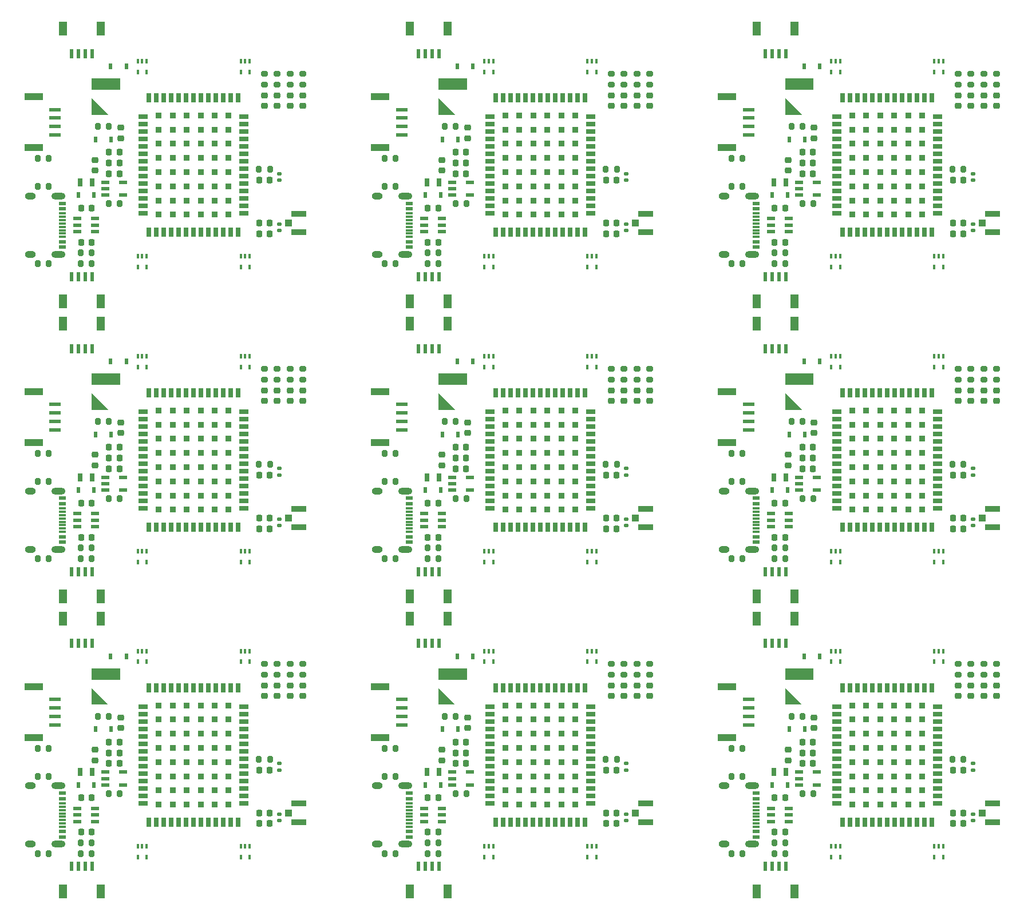
<source format=gtp>
%TF.GenerationSoftware,KiCad,Pcbnew,9.0.1*%
%TF.CreationDate,2025-04-24T15:23:20-06:00*%
%TF.ProjectId,SparkFun_GNSS_ZED-X20P_panelized,53706172-6b46-4756-9e5f-474e53535f5a,rev?*%
%TF.SameCoordinates,Original*%
%TF.FileFunction,Paste,Top*%
%TF.FilePolarity,Positive*%
%FSLAX46Y46*%
G04 Gerber Fmt 4.6, Leading zero omitted, Abs format (unit mm)*
G04 Created by KiCad (PCBNEW 9.0.1) date 2025-04-24 15:23:20*
%MOMM*%
%LPD*%
G01*
G04 APERTURE LIST*
G04 Aperture macros list*
%AMRoundRect*
0 Rectangle with rounded corners*
0 $1 Rounding radius*
0 $2 $3 $4 $5 $6 $7 $8 $9 X,Y pos of 4 corners*
0 Add a 4 corners polygon primitive as box body*
4,1,4,$2,$3,$4,$5,$6,$7,$8,$9,$2,$3,0*
0 Add four circle primitives for the rounded corners*
1,1,$1+$1,$2,$3*
1,1,$1+$1,$4,$5*
1,1,$1+$1,$6,$7*
1,1,$1+$1,$8,$9*
0 Add four rect primitives between the rounded corners*
20,1,$1+$1,$2,$3,$4,$5,0*
20,1,$1+$1,$4,$5,$6,$7,0*
20,1,$1+$1,$6,$7,$8,$9,0*
20,1,$1+$1,$8,$9,$2,$3,0*%
G04 Aperture macros list end*
%ADD10C,0.000000*%
%ADD11R,1.368000X0.765000*%
%ADD12R,0.765000X1.368000*%
%ADD13R,0.880000X0.880000*%
%ADD14RoundRect,0.200000X0.200000X0.275000X-0.200000X0.275000X-0.200000X-0.275000X0.200000X-0.275000X0*%
%ADD15RoundRect,0.200000X-0.200000X-0.275000X0.200000X-0.275000X0.200000X0.275000X-0.200000X0.275000X0*%
%ADD16RoundRect,0.225000X0.225000X0.250000X-0.225000X0.250000X-0.225000X-0.250000X0.225000X-0.250000X0*%
%ADD17R,0.630000X0.830000*%
%ADD18RoundRect,0.225000X-0.225000X-0.250000X0.225000X-0.250000X0.225000X0.250000X-0.225000X0.250000X0*%
%ADD19R,0.300000X0.700000*%
%ADD20RoundRect,0.225000X0.250000X-0.225000X0.250000X0.225000X-0.250000X0.225000X-0.250000X-0.225000X0*%
%ADD21RoundRect,0.218750X0.256250X-0.218750X0.256250X0.218750X-0.256250X0.218750X-0.256250X-0.218750X0*%
%ADD22R,1.200000X0.550000*%
%ADD23R,0.600000X1.350000*%
%ADD24R,1.200000X2.000000*%
%ADD25RoundRect,0.140000X0.170000X-0.140000X0.170000X0.140000X-0.170000X0.140000X-0.170000X-0.140000X0*%
%ADD26R,0.800000X1.200000*%
%ADD27RoundRect,0.200000X0.275000X-0.200000X0.275000X0.200000X-0.275000X0.200000X-0.275000X-0.200000X0*%
%ADD28R,1.050000X1.000000*%
%ADD29R,2.200000X0.850000*%
%ADD30RoundRect,0.140000X-0.170000X0.140000X-0.170000X-0.140000X0.170000X-0.140000X0.170000X0.140000X0*%
%ADD31R,1.700000X0.600000*%
%ADD32R,2.700000X1.000000*%
%ADD33RoundRect,0.225000X-0.250000X0.225000X-0.250000X-0.225000X0.250000X-0.225000X0.250000X0.225000X0*%
%ADD34R,1.000000X0.300000*%
%ADD35R,1.000000X0.600000*%
%ADD36O,1.600000X1.000000*%
%ADD37O,2.100000X1.000000*%
G04 APERTURE END LIST*
D10*
%TO.C,BT1*%
G36*
X115397855Y116405000D02*
G01*
X112912500Y116405000D01*
X112912500Y118890355D01*
X115397855Y116405000D01*
G37*
G36*
X117117500Y120110000D02*
G01*
X112917500Y120110000D01*
X112917500Y121810000D01*
X117117500Y121810000D01*
X117117500Y120110000D01*
G37*
G36*
X115397855Y72725000D02*
G01*
X112912500Y72725000D01*
X112912500Y75210355D01*
X115397855Y72725000D01*
G37*
G36*
X117117500Y76430000D02*
G01*
X112917500Y76430000D01*
X112917500Y78130000D01*
X117117500Y78130000D01*
X117117500Y76430000D01*
G37*
G36*
X115397855Y29045000D02*
G01*
X112912500Y29045000D01*
X112912500Y31530355D01*
X115397855Y29045000D01*
G37*
G36*
X117117500Y32750000D02*
G01*
X112917500Y32750000D01*
X112917500Y34450000D01*
X117117500Y34450000D01*
X117117500Y32750000D01*
G37*
G36*
X64097855Y116405000D02*
G01*
X61612500Y116405000D01*
X61612500Y118890355D01*
X64097855Y116405000D01*
G37*
G36*
X65817500Y120110000D02*
G01*
X61617500Y120110000D01*
X61617500Y121810000D01*
X65817500Y121810000D01*
X65817500Y120110000D01*
G37*
G36*
X64097855Y72725000D02*
G01*
X61612500Y72725000D01*
X61612500Y75210355D01*
X64097855Y72725000D01*
G37*
G36*
X65817500Y76430000D02*
G01*
X61617500Y76430000D01*
X61617500Y78130000D01*
X65817500Y78130000D01*
X65817500Y76430000D01*
G37*
G36*
X64097855Y29045000D02*
G01*
X61612500Y29045000D01*
X61612500Y31530355D01*
X64097855Y29045000D01*
G37*
G36*
X65817500Y32750000D02*
G01*
X61617500Y32750000D01*
X61617500Y34450000D01*
X65817500Y34450000D01*
X65817500Y32750000D01*
G37*
G36*
X12797855Y116405000D02*
G01*
X10312500Y116405000D01*
X10312500Y118890355D01*
X12797855Y116405000D01*
G37*
G36*
X14517500Y120110000D02*
G01*
X10317500Y120110000D01*
X10317500Y121810000D01*
X14517500Y121810000D01*
X14517500Y120110000D01*
G37*
G36*
X12797855Y72725000D02*
G01*
X10312500Y72725000D01*
X10312500Y75210355D01*
X12797855Y72725000D01*
G37*
G36*
X14517500Y76430000D02*
G01*
X10317500Y76430000D01*
X10317500Y78130000D01*
X14517500Y78130000D01*
X14517500Y76430000D01*
G37*
G36*
X12797855Y29045000D02*
G01*
X10312500Y29045000D01*
X10312500Y31530355D01*
X12797855Y29045000D01*
G37*
G36*
X14517500Y32750000D02*
G01*
X10317500Y32750000D01*
X10317500Y34450000D01*
X14517500Y34450000D01*
X14517500Y32750000D01*
G37*
%TD*%
D11*
%TO.C,U5*%
X135450000Y101800000D03*
X135450000Y102900000D03*
X135450000Y104000000D03*
X135450000Y105100000D03*
X135450000Y106200000D03*
X135450000Y107300000D03*
X135450000Y108400000D03*
X135450000Y109500000D03*
X135450000Y110600000D03*
X135450000Y111700000D03*
X135450000Y112800000D03*
X135450000Y113900000D03*
X135450000Y115000000D03*
X135450000Y116100000D03*
D12*
X134600000Y118900000D03*
X133500000Y118900000D03*
X132400000Y118900000D03*
X131300000Y118900000D03*
X130200000Y118900000D03*
X129100000Y118900000D03*
X128000000Y118900000D03*
X126900000Y118900000D03*
X125800000Y118900000D03*
X124700000Y118900000D03*
X123600000Y118900000D03*
X122500000Y118900000D03*
X121400000Y118900000D03*
D11*
X120550000Y116100000D03*
X120550000Y115000000D03*
X120550000Y113900000D03*
X120550000Y112800000D03*
X120550000Y111700000D03*
X120550000Y110600000D03*
X120550000Y109500000D03*
X120550000Y108400000D03*
X120550000Y107300000D03*
X120550000Y106200000D03*
X120550000Y105100000D03*
X120550000Y104000000D03*
X120550000Y102900000D03*
X120550000Y101800000D03*
D12*
X121400000Y99000000D03*
X122500000Y99000000D03*
X123600000Y99000000D03*
X124700000Y99000000D03*
X125800000Y99000000D03*
X126900000Y99000000D03*
X128000000Y99000000D03*
X129100000Y99000000D03*
X130200000Y99000000D03*
X131300000Y99000000D03*
X132400000Y99000000D03*
X133500000Y99000000D03*
X134600000Y99000000D03*
D13*
X129050000Y107900000D03*
X129050000Y105800000D03*
X129050000Y103700000D03*
X129050000Y101600000D03*
X131100000Y107900000D03*
X131100000Y105800000D03*
X131100000Y103700000D03*
X131100000Y101600000D03*
X133150000Y107900000D03*
X133150000Y105800000D03*
X133150000Y103700000D03*
X133150000Y101600000D03*
X122850000Y107900000D03*
X122850000Y105800000D03*
X122850000Y103700000D03*
X122850000Y101600000D03*
X124900000Y107900000D03*
X124900000Y105800000D03*
X124900000Y103700000D03*
X124900000Y101600000D03*
X126950000Y107900000D03*
X126950000Y105800000D03*
X126950000Y103700000D03*
X126950000Y101600000D03*
X126950000Y110000000D03*
X126950000Y112100000D03*
X126950000Y114200000D03*
X126950000Y116300000D03*
X124900000Y110000000D03*
X124900000Y112100000D03*
X124900000Y114200000D03*
X124900000Y116300000D03*
X122850000Y110000000D03*
X122850000Y112100000D03*
X122850000Y114200000D03*
X122850000Y116300000D03*
X133150000Y110000000D03*
X133150000Y112100000D03*
X133150000Y114200000D03*
X133150000Y116300000D03*
X131100000Y110000000D03*
X131100000Y112100000D03*
X131100000Y114200000D03*
X131100000Y116300000D03*
X129050000Y110000000D03*
X129050000Y112100000D03*
X129050000Y114200000D03*
X129050000Y116300000D03*
%TD*%
D11*
%TO.C,U5*%
X135450000Y58120000D03*
X135450000Y59220000D03*
X135450000Y60320000D03*
X135450000Y61420000D03*
X135450000Y62520000D03*
X135450000Y63620000D03*
X135450000Y64720000D03*
X135450000Y65820000D03*
X135450000Y66920000D03*
X135450000Y68020000D03*
X135450000Y69120000D03*
X135450000Y70220000D03*
X135450000Y71320000D03*
X135450000Y72420000D03*
D12*
X134600000Y75220000D03*
X133500000Y75220000D03*
X132400000Y75220000D03*
X131300000Y75220000D03*
X130200000Y75220000D03*
X129100000Y75220000D03*
X128000000Y75220000D03*
X126900000Y75220000D03*
X125800000Y75220000D03*
X124700000Y75220000D03*
X123600000Y75220000D03*
X122500000Y75220000D03*
X121400000Y75220000D03*
D11*
X120550000Y72420000D03*
X120550000Y71320000D03*
X120550000Y70220000D03*
X120550000Y69120000D03*
X120550000Y68020000D03*
X120550000Y66920000D03*
X120550000Y65820000D03*
X120550000Y64720000D03*
X120550000Y63620000D03*
X120550000Y62520000D03*
X120550000Y61420000D03*
X120550000Y60320000D03*
X120550000Y59220000D03*
X120550000Y58120000D03*
D12*
X121400000Y55320000D03*
X122500000Y55320000D03*
X123600000Y55320000D03*
X124700000Y55320000D03*
X125800000Y55320000D03*
X126900000Y55320000D03*
X128000000Y55320000D03*
X129100000Y55320000D03*
X130200000Y55320000D03*
X131300000Y55320000D03*
X132400000Y55320000D03*
X133500000Y55320000D03*
X134600000Y55320000D03*
D13*
X129050000Y64220000D03*
X129050000Y62120000D03*
X129050000Y60020000D03*
X129050000Y57920000D03*
X131100000Y64220000D03*
X131100000Y62120000D03*
X131100000Y60020000D03*
X131100000Y57920000D03*
X133150000Y64220000D03*
X133150000Y62120000D03*
X133150000Y60020000D03*
X133150000Y57920000D03*
X122850000Y64220000D03*
X122850000Y62120000D03*
X122850000Y60020000D03*
X122850000Y57920000D03*
X124900000Y64220000D03*
X124900000Y62120000D03*
X124900000Y60020000D03*
X124900000Y57920000D03*
X126950000Y64220000D03*
X126950000Y62120000D03*
X126950000Y60020000D03*
X126950000Y57920000D03*
X126950000Y66320000D03*
X126950000Y68420000D03*
X126950000Y70520000D03*
X126950000Y72620000D03*
X124900000Y66320000D03*
X124900000Y68420000D03*
X124900000Y70520000D03*
X124900000Y72620000D03*
X122850000Y66320000D03*
X122850000Y68420000D03*
X122850000Y70520000D03*
X122850000Y72620000D03*
X133150000Y66320000D03*
X133150000Y68420000D03*
X133150000Y70520000D03*
X133150000Y72620000D03*
X131100000Y66320000D03*
X131100000Y68420000D03*
X131100000Y70520000D03*
X131100000Y72620000D03*
X129050000Y66320000D03*
X129050000Y68420000D03*
X129050000Y70520000D03*
X129050000Y72620000D03*
%TD*%
D11*
%TO.C,U5*%
X135450000Y14440000D03*
X135450000Y15540000D03*
X135450000Y16640000D03*
X135450000Y17740000D03*
X135450000Y18840000D03*
X135450000Y19940000D03*
X135450000Y21040000D03*
X135450000Y22140000D03*
X135450000Y23240000D03*
X135450000Y24340000D03*
X135450000Y25440000D03*
X135450000Y26540000D03*
X135450000Y27640000D03*
X135450000Y28740000D03*
D12*
X134600000Y31540000D03*
X133500000Y31540000D03*
X132400000Y31540000D03*
X131300000Y31540000D03*
X130200000Y31540000D03*
X129100000Y31540000D03*
X128000000Y31540000D03*
X126900000Y31540000D03*
X125800000Y31540000D03*
X124700000Y31540000D03*
X123600000Y31540000D03*
X122500000Y31540000D03*
X121400000Y31540000D03*
D11*
X120550000Y28740000D03*
X120550000Y27640000D03*
X120550000Y26540000D03*
X120550000Y25440000D03*
X120550000Y24340000D03*
X120550000Y23240000D03*
X120550000Y22140000D03*
X120550000Y21040000D03*
X120550000Y19940000D03*
X120550000Y18840000D03*
X120550000Y17740000D03*
X120550000Y16640000D03*
X120550000Y15540000D03*
X120550000Y14440000D03*
D12*
X121400000Y11640000D03*
X122500000Y11640000D03*
X123600000Y11640000D03*
X124700000Y11640000D03*
X125800000Y11640000D03*
X126900000Y11640000D03*
X128000000Y11640000D03*
X129100000Y11640000D03*
X130200000Y11640000D03*
X131300000Y11640000D03*
X132400000Y11640000D03*
X133500000Y11640000D03*
X134600000Y11640000D03*
D13*
X129050000Y20540000D03*
X129050000Y18440000D03*
X129050000Y16340000D03*
X129050000Y14240000D03*
X131100000Y20540000D03*
X131100000Y18440000D03*
X131100000Y16340000D03*
X131100000Y14240000D03*
X133150000Y20540000D03*
X133150000Y18440000D03*
X133150000Y16340000D03*
X133150000Y14240000D03*
X122850000Y20540000D03*
X122850000Y18440000D03*
X122850000Y16340000D03*
X122850000Y14240000D03*
X124900000Y20540000D03*
X124900000Y18440000D03*
X124900000Y16340000D03*
X124900000Y14240000D03*
X126950000Y20540000D03*
X126950000Y18440000D03*
X126950000Y16340000D03*
X126950000Y14240000D03*
X126950000Y22640000D03*
X126950000Y24740000D03*
X126950000Y26840000D03*
X126950000Y28940000D03*
X124900000Y22640000D03*
X124900000Y24740000D03*
X124900000Y26840000D03*
X124900000Y28940000D03*
X122850000Y22640000D03*
X122850000Y24740000D03*
X122850000Y26840000D03*
X122850000Y28940000D03*
X133150000Y22640000D03*
X133150000Y24740000D03*
X133150000Y26840000D03*
X133150000Y28940000D03*
X131100000Y22640000D03*
X131100000Y24740000D03*
X131100000Y26840000D03*
X131100000Y28940000D03*
X129050000Y22640000D03*
X129050000Y24740000D03*
X129050000Y26840000D03*
X129050000Y28940000D03*
%TD*%
D11*
%TO.C,U5*%
X84150000Y101800000D03*
X84150000Y102900000D03*
X84150000Y104000000D03*
X84150000Y105100000D03*
X84150000Y106200000D03*
X84150000Y107300000D03*
X84150000Y108400000D03*
X84150000Y109500000D03*
X84150000Y110600000D03*
X84150000Y111700000D03*
X84150000Y112800000D03*
X84150000Y113900000D03*
X84150000Y115000000D03*
X84150000Y116100000D03*
D12*
X83300000Y118900000D03*
X82200000Y118900000D03*
X81100000Y118900000D03*
X80000000Y118900000D03*
X78900000Y118900000D03*
X77800000Y118900000D03*
X76700000Y118900000D03*
X75600000Y118900000D03*
X74500000Y118900000D03*
X73400000Y118900000D03*
X72300000Y118900000D03*
X71200000Y118900000D03*
X70100000Y118900000D03*
D11*
X69250000Y116100000D03*
X69250000Y115000000D03*
X69250000Y113900000D03*
X69250000Y112800000D03*
X69250000Y111700000D03*
X69250000Y110600000D03*
X69250000Y109500000D03*
X69250000Y108400000D03*
X69250000Y107300000D03*
X69250000Y106200000D03*
X69250000Y105100000D03*
X69250000Y104000000D03*
X69250000Y102900000D03*
X69250000Y101800000D03*
D12*
X70100000Y99000000D03*
X71200000Y99000000D03*
X72300000Y99000000D03*
X73400000Y99000000D03*
X74500000Y99000000D03*
X75600000Y99000000D03*
X76700000Y99000000D03*
X77800000Y99000000D03*
X78900000Y99000000D03*
X80000000Y99000000D03*
X81100000Y99000000D03*
X82200000Y99000000D03*
X83300000Y99000000D03*
D13*
X77750000Y107900000D03*
X77750000Y105800000D03*
X77750000Y103700000D03*
X77750000Y101600000D03*
X79800000Y107900000D03*
X79800000Y105800000D03*
X79800000Y103700000D03*
X79800000Y101600000D03*
X81850000Y107900000D03*
X81850000Y105800000D03*
X81850000Y103700000D03*
X81850000Y101600000D03*
X71550000Y107900000D03*
X71550000Y105800000D03*
X71550000Y103700000D03*
X71550000Y101600000D03*
X73600000Y107900000D03*
X73600000Y105800000D03*
X73600000Y103700000D03*
X73600000Y101600000D03*
X75650000Y107900000D03*
X75650000Y105800000D03*
X75650000Y103700000D03*
X75650000Y101600000D03*
X75650000Y110000000D03*
X75650000Y112100000D03*
X75650000Y114200000D03*
X75650000Y116300000D03*
X73600000Y110000000D03*
X73600000Y112100000D03*
X73600000Y114200000D03*
X73600000Y116300000D03*
X71550000Y110000000D03*
X71550000Y112100000D03*
X71550000Y114200000D03*
X71550000Y116300000D03*
X81850000Y110000000D03*
X81850000Y112100000D03*
X81850000Y114200000D03*
X81850000Y116300000D03*
X79800000Y110000000D03*
X79800000Y112100000D03*
X79800000Y114200000D03*
X79800000Y116300000D03*
X77750000Y110000000D03*
X77750000Y112100000D03*
X77750000Y114200000D03*
X77750000Y116300000D03*
%TD*%
D11*
%TO.C,U5*%
X84150000Y58120000D03*
X84150000Y59220000D03*
X84150000Y60320000D03*
X84150000Y61420000D03*
X84150000Y62520000D03*
X84150000Y63620000D03*
X84150000Y64720000D03*
X84150000Y65820000D03*
X84150000Y66920000D03*
X84150000Y68020000D03*
X84150000Y69120000D03*
X84150000Y70220000D03*
X84150000Y71320000D03*
X84150000Y72420000D03*
D12*
X83300000Y75220000D03*
X82200000Y75220000D03*
X81100000Y75220000D03*
X80000000Y75220000D03*
X78900000Y75220000D03*
X77800000Y75220000D03*
X76700000Y75220000D03*
X75600000Y75220000D03*
X74500000Y75220000D03*
X73400000Y75220000D03*
X72300000Y75220000D03*
X71200000Y75220000D03*
X70100000Y75220000D03*
D11*
X69250000Y72420000D03*
X69250000Y71320000D03*
X69250000Y70220000D03*
X69250000Y69120000D03*
X69250000Y68020000D03*
X69250000Y66920000D03*
X69250000Y65820000D03*
X69250000Y64720000D03*
X69250000Y63620000D03*
X69250000Y62520000D03*
X69250000Y61420000D03*
X69250000Y60320000D03*
X69250000Y59220000D03*
X69250000Y58120000D03*
D12*
X70100000Y55320000D03*
X71200000Y55320000D03*
X72300000Y55320000D03*
X73400000Y55320000D03*
X74500000Y55320000D03*
X75600000Y55320000D03*
X76700000Y55320000D03*
X77800000Y55320000D03*
X78900000Y55320000D03*
X80000000Y55320000D03*
X81100000Y55320000D03*
X82200000Y55320000D03*
X83300000Y55320000D03*
D13*
X77750000Y64220000D03*
X77750000Y62120000D03*
X77750000Y60020000D03*
X77750000Y57920000D03*
X79800000Y64220000D03*
X79800000Y62120000D03*
X79800000Y60020000D03*
X79800000Y57920000D03*
X81850000Y64220000D03*
X81850000Y62120000D03*
X81850000Y60020000D03*
X81850000Y57920000D03*
X71550000Y64220000D03*
X71550000Y62120000D03*
X71550000Y60020000D03*
X71550000Y57920000D03*
X73600000Y64220000D03*
X73600000Y62120000D03*
X73600000Y60020000D03*
X73600000Y57920000D03*
X75650000Y64220000D03*
X75650000Y62120000D03*
X75650000Y60020000D03*
X75650000Y57920000D03*
X75650000Y66320000D03*
X75650000Y68420000D03*
X75650000Y70520000D03*
X75650000Y72620000D03*
X73600000Y66320000D03*
X73600000Y68420000D03*
X73600000Y70520000D03*
X73600000Y72620000D03*
X71550000Y66320000D03*
X71550000Y68420000D03*
X71550000Y70520000D03*
X71550000Y72620000D03*
X81850000Y66320000D03*
X81850000Y68420000D03*
X81850000Y70520000D03*
X81850000Y72620000D03*
X79800000Y66320000D03*
X79800000Y68420000D03*
X79800000Y70520000D03*
X79800000Y72620000D03*
X77750000Y66320000D03*
X77750000Y68420000D03*
X77750000Y70520000D03*
X77750000Y72620000D03*
%TD*%
D11*
%TO.C,U5*%
X84150000Y14440000D03*
X84150000Y15540000D03*
X84150000Y16640000D03*
X84150000Y17740000D03*
X84150000Y18840000D03*
X84150000Y19940000D03*
X84150000Y21040000D03*
X84150000Y22140000D03*
X84150000Y23240000D03*
X84150000Y24340000D03*
X84150000Y25440000D03*
X84150000Y26540000D03*
X84150000Y27640000D03*
X84150000Y28740000D03*
D12*
X83300000Y31540000D03*
X82200000Y31540000D03*
X81100000Y31540000D03*
X80000000Y31540000D03*
X78900000Y31540000D03*
X77800000Y31540000D03*
X76700000Y31540000D03*
X75600000Y31540000D03*
X74500000Y31540000D03*
X73400000Y31540000D03*
X72300000Y31540000D03*
X71200000Y31540000D03*
X70100000Y31540000D03*
D11*
X69250000Y28740000D03*
X69250000Y27640000D03*
X69250000Y26540000D03*
X69250000Y25440000D03*
X69250000Y24340000D03*
X69250000Y23240000D03*
X69250000Y22140000D03*
X69250000Y21040000D03*
X69250000Y19940000D03*
X69250000Y18840000D03*
X69250000Y17740000D03*
X69250000Y16640000D03*
X69250000Y15540000D03*
X69250000Y14440000D03*
D12*
X70100000Y11640000D03*
X71200000Y11640000D03*
X72300000Y11640000D03*
X73400000Y11640000D03*
X74500000Y11640000D03*
X75600000Y11640000D03*
X76700000Y11640000D03*
X77800000Y11640000D03*
X78900000Y11640000D03*
X80000000Y11640000D03*
X81100000Y11640000D03*
X82200000Y11640000D03*
X83300000Y11640000D03*
D13*
X77750000Y20540000D03*
X77750000Y18440000D03*
X77750000Y16340000D03*
X77750000Y14240000D03*
X79800000Y20540000D03*
X79800000Y18440000D03*
X79800000Y16340000D03*
X79800000Y14240000D03*
X81850000Y20540000D03*
X81850000Y18440000D03*
X81850000Y16340000D03*
X81850000Y14240000D03*
X71550000Y20540000D03*
X71550000Y18440000D03*
X71550000Y16340000D03*
X71550000Y14240000D03*
X73600000Y20540000D03*
X73600000Y18440000D03*
X73600000Y16340000D03*
X73600000Y14240000D03*
X75650000Y20540000D03*
X75650000Y18440000D03*
X75650000Y16340000D03*
X75650000Y14240000D03*
X75650000Y22640000D03*
X75650000Y24740000D03*
X75650000Y26840000D03*
X75650000Y28940000D03*
X73600000Y22640000D03*
X73600000Y24740000D03*
X73600000Y26840000D03*
X73600000Y28940000D03*
X71550000Y22640000D03*
X71550000Y24740000D03*
X71550000Y26840000D03*
X71550000Y28940000D03*
X81850000Y22640000D03*
X81850000Y24740000D03*
X81850000Y26840000D03*
X81850000Y28940000D03*
X79800000Y22640000D03*
X79800000Y24740000D03*
X79800000Y26840000D03*
X79800000Y28940000D03*
X77750000Y22640000D03*
X77750000Y24740000D03*
X77750000Y26840000D03*
X77750000Y28940000D03*
%TD*%
D11*
%TO.C,U5*%
X32850000Y101800000D03*
X32850000Y102900000D03*
X32850000Y104000000D03*
X32850000Y105100000D03*
X32850000Y106200000D03*
X32850000Y107300000D03*
X32850000Y108400000D03*
X32850000Y109500000D03*
X32850000Y110600000D03*
X32850000Y111700000D03*
X32850000Y112800000D03*
X32850000Y113900000D03*
X32850000Y115000000D03*
X32850000Y116100000D03*
D12*
X32000000Y118900000D03*
X30900000Y118900000D03*
X29800000Y118900000D03*
X28700000Y118900000D03*
X27600000Y118900000D03*
X26500000Y118900000D03*
X25400000Y118900000D03*
X24300000Y118900000D03*
X23200000Y118900000D03*
X22100000Y118900000D03*
X21000000Y118900000D03*
X19900000Y118900000D03*
X18800000Y118900000D03*
D11*
X17950000Y116100000D03*
X17950000Y115000000D03*
X17950000Y113900000D03*
X17950000Y112800000D03*
X17950000Y111700000D03*
X17950000Y110600000D03*
X17950000Y109500000D03*
X17950000Y108400000D03*
X17950000Y107300000D03*
X17950000Y106200000D03*
X17950000Y105100000D03*
X17950000Y104000000D03*
X17950000Y102900000D03*
X17950000Y101800000D03*
D12*
X18800000Y99000000D03*
X19900000Y99000000D03*
X21000000Y99000000D03*
X22100000Y99000000D03*
X23200000Y99000000D03*
X24300000Y99000000D03*
X25400000Y99000000D03*
X26500000Y99000000D03*
X27600000Y99000000D03*
X28700000Y99000000D03*
X29800000Y99000000D03*
X30900000Y99000000D03*
X32000000Y99000000D03*
D13*
X26450000Y107900000D03*
X26450000Y105800000D03*
X26450000Y103700000D03*
X26450000Y101600000D03*
X28500000Y107900000D03*
X28500000Y105800000D03*
X28500000Y103700000D03*
X28500000Y101600000D03*
X30550000Y107900000D03*
X30550000Y105800000D03*
X30550000Y103700000D03*
X30550000Y101600000D03*
X20250000Y107900000D03*
X20250000Y105800000D03*
X20250000Y103700000D03*
X20250000Y101600000D03*
X22300000Y107900000D03*
X22300000Y105800000D03*
X22300000Y103700000D03*
X22300000Y101600000D03*
X24350000Y107900000D03*
X24350000Y105800000D03*
X24350000Y103700000D03*
X24350000Y101600000D03*
X24350000Y110000000D03*
X24350000Y112100000D03*
X24350000Y114200000D03*
X24350000Y116300000D03*
X22300000Y110000000D03*
X22300000Y112100000D03*
X22300000Y114200000D03*
X22300000Y116300000D03*
X20250000Y110000000D03*
X20250000Y112100000D03*
X20250000Y114200000D03*
X20250000Y116300000D03*
X30550000Y110000000D03*
X30550000Y112100000D03*
X30550000Y114200000D03*
X30550000Y116300000D03*
X28500000Y110000000D03*
X28500000Y112100000D03*
X28500000Y114200000D03*
X28500000Y116300000D03*
X26450000Y110000000D03*
X26450000Y112100000D03*
X26450000Y114200000D03*
X26450000Y116300000D03*
%TD*%
D11*
%TO.C,U5*%
X32850000Y58120000D03*
X32850000Y59220000D03*
X32850000Y60320000D03*
X32850000Y61420000D03*
X32850000Y62520000D03*
X32850000Y63620000D03*
X32850000Y64720000D03*
X32850000Y65820000D03*
X32850000Y66920000D03*
X32850000Y68020000D03*
X32850000Y69120000D03*
X32850000Y70220000D03*
X32850000Y71320000D03*
X32850000Y72420000D03*
D12*
X32000000Y75220000D03*
X30900000Y75220000D03*
X29800000Y75220000D03*
X28700000Y75220000D03*
X27600000Y75220000D03*
X26500000Y75220000D03*
X25400000Y75220000D03*
X24300000Y75220000D03*
X23200000Y75220000D03*
X22100000Y75220000D03*
X21000000Y75220000D03*
X19900000Y75220000D03*
X18800000Y75220000D03*
D11*
X17950000Y72420000D03*
X17950000Y71320000D03*
X17950000Y70220000D03*
X17950000Y69120000D03*
X17950000Y68020000D03*
X17950000Y66920000D03*
X17950000Y65820000D03*
X17950000Y64720000D03*
X17950000Y63620000D03*
X17950000Y62520000D03*
X17950000Y61420000D03*
X17950000Y60320000D03*
X17950000Y59220000D03*
X17950000Y58120000D03*
D12*
X18800000Y55320000D03*
X19900000Y55320000D03*
X21000000Y55320000D03*
X22100000Y55320000D03*
X23200000Y55320000D03*
X24300000Y55320000D03*
X25400000Y55320000D03*
X26500000Y55320000D03*
X27600000Y55320000D03*
X28700000Y55320000D03*
X29800000Y55320000D03*
X30900000Y55320000D03*
X32000000Y55320000D03*
D13*
X26450000Y64220000D03*
X26450000Y62120000D03*
X26450000Y60020000D03*
X26450000Y57920000D03*
X28500000Y64220000D03*
X28500000Y62120000D03*
X28500000Y60020000D03*
X28500000Y57920000D03*
X30550000Y64220000D03*
X30550000Y62120000D03*
X30550000Y60020000D03*
X30550000Y57920000D03*
X20250000Y64220000D03*
X20250000Y62120000D03*
X20250000Y60020000D03*
X20250000Y57920000D03*
X22300000Y64220000D03*
X22300000Y62120000D03*
X22300000Y60020000D03*
X22300000Y57920000D03*
X24350000Y64220000D03*
X24350000Y62120000D03*
X24350000Y60020000D03*
X24350000Y57920000D03*
X24350000Y66320000D03*
X24350000Y68420000D03*
X24350000Y70520000D03*
X24350000Y72620000D03*
X22300000Y66320000D03*
X22300000Y68420000D03*
X22300000Y70520000D03*
X22300000Y72620000D03*
X20250000Y66320000D03*
X20250000Y68420000D03*
X20250000Y70520000D03*
X20250000Y72620000D03*
X30550000Y66320000D03*
X30550000Y68420000D03*
X30550000Y70520000D03*
X30550000Y72620000D03*
X28500000Y66320000D03*
X28500000Y68420000D03*
X28500000Y70520000D03*
X28500000Y72620000D03*
X26450000Y66320000D03*
X26450000Y68420000D03*
X26450000Y70520000D03*
X26450000Y72620000D03*
%TD*%
D14*
%TO.C,R7*%
X115490000Y114665000D03*
X113840000Y114665000D03*
%TD*%
%TO.C,R7*%
X115490000Y70985000D03*
X113840000Y70985000D03*
%TD*%
%TO.C,R7*%
X115490000Y27305000D03*
X113840000Y27305000D03*
%TD*%
%TO.C,R7*%
X64190000Y114665000D03*
X62540000Y114665000D03*
%TD*%
%TO.C,R7*%
X64190000Y70985000D03*
X62540000Y70985000D03*
%TD*%
%TO.C,R7*%
X64190000Y27305000D03*
X62540000Y27305000D03*
%TD*%
%TO.C,R7*%
X12890000Y114665000D03*
X11240000Y114665000D03*
%TD*%
%TO.C,R7*%
X12890000Y70985000D03*
X11240000Y70985000D03*
%TD*%
D15*
%TO.C,R12*%
X111300000Y94345000D03*
X112950000Y94345000D03*
%TD*%
%TO.C,R12*%
X111300000Y50665000D03*
X112950000Y50665000D03*
%TD*%
%TO.C,R12*%
X111300000Y6985000D03*
X112950000Y6985000D03*
%TD*%
%TO.C,R12*%
X60000000Y94345000D03*
X61650000Y94345000D03*
%TD*%
%TO.C,R12*%
X60000000Y50665000D03*
X61650000Y50665000D03*
%TD*%
%TO.C,R12*%
X60000000Y6985000D03*
X61650000Y6985000D03*
%TD*%
%TO.C,R12*%
X8700000Y94345000D03*
X10350000Y94345000D03*
%TD*%
%TO.C,R12*%
X8700000Y50665000D03*
X10350000Y50665000D03*
%TD*%
D16*
%TO.C,L2*%
X139252500Y100377500D03*
X137702500Y100377500D03*
%TD*%
%TO.C,L2*%
X139252500Y56697500D03*
X137702500Y56697500D03*
%TD*%
%TO.C,L2*%
X139252500Y13017500D03*
X137702500Y13017500D03*
%TD*%
%TO.C,L2*%
X87952500Y100377500D03*
X86402500Y100377500D03*
%TD*%
%TO.C,L2*%
X87952500Y56697500D03*
X86402500Y56697500D03*
%TD*%
%TO.C,L2*%
X87952500Y13017500D03*
X86402500Y13017500D03*
%TD*%
%TO.C,L2*%
X36652500Y100377500D03*
X35102500Y100377500D03*
%TD*%
%TO.C,L2*%
X36652500Y56697500D03*
X35102500Y56697500D03*
%TD*%
D15*
%TO.C,R6*%
X137652500Y108315000D03*
X139302500Y108315000D03*
%TD*%
%TO.C,R6*%
X137652500Y64635000D03*
X139302500Y64635000D03*
%TD*%
%TO.C,R6*%
X137652500Y20955000D03*
X139302500Y20955000D03*
%TD*%
%TO.C,R6*%
X86352500Y108315000D03*
X88002500Y108315000D03*
%TD*%
%TO.C,R6*%
X86352500Y64635000D03*
X88002500Y64635000D03*
%TD*%
%TO.C,R6*%
X86352500Y20955000D03*
X88002500Y20955000D03*
%TD*%
%TO.C,R6*%
X35052500Y108315000D03*
X36702500Y108315000D03*
%TD*%
%TO.C,R6*%
X35052500Y64635000D03*
X36702500Y64635000D03*
%TD*%
D17*
%TO.C,D6*%
X113275000Y104505000D03*
X110975000Y104505000D03*
%TD*%
%TO.C,D6*%
X113275000Y60825000D03*
X110975000Y60825000D03*
%TD*%
%TO.C,D6*%
X113275000Y17145000D03*
X110975000Y17145000D03*
%TD*%
%TO.C,D6*%
X61975000Y104505000D03*
X59675000Y104505000D03*
%TD*%
%TO.C,D6*%
X61975000Y60825000D03*
X59675000Y60825000D03*
%TD*%
%TO.C,D6*%
X61975000Y17145000D03*
X59675000Y17145000D03*
%TD*%
%TO.C,D6*%
X10675000Y104505000D03*
X8375000Y104505000D03*
%TD*%
%TO.C,D6*%
X10675000Y60825000D03*
X8375000Y60825000D03*
%TD*%
D14*
%TO.C,R9*%
X117077500Y103235000D03*
X115427500Y103235000D03*
%TD*%
%TO.C,R9*%
X117077500Y59555000D03*
X115427500Y59555000D03*
%TD*%
%TO.C,R9*%
X117077500Y15875000D03*
X115427500Y15875000D03*
%TD*%
%TO.C,R9*%
X65777500Y103235000D03*
X64127500Y103235000D03*
%TD*%
%TO.C,R9*%
X65777500Y59555000D03*
X64127500Y59555000D03*
%TD*%
%TO.C,R9*%
X65777500Y15875000D03*
X64127500Y15875000D03*
%TD*%
%TO.C,R9*%
X14477500Y103235000D03*
X12827500Y103235000D03*
%TD*%
%TO.C,R9*%
X14477500Y59555000D03*
X12827500Y59555000D03*
%TD*%
D18*
%TO.C,C13*%
X111350000Y97520000D03*
X112900000Y97520000D03*
%TD*%
%TO.C,C13*%
X111350000Y53840000D03*
X112900000Y53840000D03*
%TD*%
%TO.C,C13*%
X111350000Y10160000D03*
X112900000Y10160000D03*
%TD*%
%TO.C,C13*%
X60050000Y97520000D03*
X61600000Y97520000D03*
%TD*%
%TO.C,C13*%
X60050000Y53840000D03*
X61600000Y53840000D03*
%TD*%
%TO.C,C13*%
X60050000Y10160000D03*
X61600000Y10160000D03*
%TD*%
%TO.C,C13*%
X8750000Y97520000D03*
X10300000Y97520000D03*
%TD*%
%TO.C,C13*%
X8750000Y53840000D03*
X10300000Y53840000D03*
%TD*%
D19*
%TO.C,D8*%
X121030000Y124355000D03*
X120380000Y124355000D03*
X119730000Y124355000D03*
X119730000Y122755000D03*
X121030000Y122755000D03*
%TD*%
%TO.C,D8*%
X121030000Y80675000D03*
X120380000Y80675000D03*
X119730000Y80675000D03*
X119730000Y79075000D03*
X121030000Y79075000D03*
%TD*%
%TO.C,D8*%
X121030000Y36995000D03*
X120380000Y36995000D03*
X119730000Y36995000D03*
X119730000Y35395000D03*
X121030000Y35395000D03*
%TD*%
%TO.C,D8*%
X69730000Y124355000D03*
X69080000Y124355000D03*
X68430000Y124355000D03*
X68430000Y122755000D03*
X69730000Y122755000D03*
%TD*%
%TO.C,D8*%
X69730000Y80675000D03*
X69080000Y80675000D03*
X68430000Y80675000D03*
X68430000Y79075000D03*
X69730000Y79075000D03*
%TD*%
%TO.C,D8*%
X69730000Y36995000D03*
X69080000Y36995000D03*
X68430000Y36995000D03*
X68430000Y35395000D03*
X69730000Y35395000D03*
%TD*%
%TO.C,D8*%
X18430000Y124355000D03*
X17780000Y124355000D03*
X17130000Y124355000D03*
X17130000Y122755000D03*
X18430000Y122755000D03*
%TD*%
%TO.C,D8*%
X18430000Y80675000D03*
X17780000Y80675000D03*
X17130000Y80675000D03*
X17130000Y79075000D03*
X18430000Y79075000D03*
%TD*%
D20*
%TO.C,C1*%
X113395000Y108175000D03*
X113395000Y109725000D03*
%TD*%
%TO.C,C1*%
X113395000Y64495000D03*
X113395000Y66045000D03*
%TD*%
%TO.C,C1*%
X113395000Y20815000D03*
X113395000Y22365000D03*
%TD*%
%TO.C,C1*%
X62095000Y108175000D03*
X62095000Y109725000D03*
%TD*%
%TO.C,C1*%
X62095000Y64495000D03*
X62095000Y66045000D03*
%TD*%
%TO.C,C1*%
X62095000Y20815000D03*
X62095000Y22365000D03*
%TD*%
%TO.C,C1*%
X10795000Y108175000D03*
X10795000Y109725000D03*
%TD*%
%TO.C,C1*%
X10795000Y64495000D03*
X10795000Y66045000D03*
%TD*%
D21*
%TO.C,D9*%
X144192500Y117687500D03*
X144192500Y119262500D03*
%TD*%
%TO.C,D9*%
X144192500Y74007500D03*
X144192500Y75582500D03*
%TD*%
%TO.C,D9*%
X144192500Y30327500D03*
X144192500Y31902500D03*
%TD*%
%TO.C,D9*%
X92892500Y117687500D03*
X92892500Y119262500D03*
%TD*%
%TO.C,D9*%
X92892500Y74007500D03*
X92892500Y75582500D03*
%TD*%
%TO.C,D9*%
X92892500Y30327500D03*
X92892500Y31902500D03*
%TD*%
%TO.C,D9*%
X41592500Y117687500D03*
X41592500Y119262500D03*
%TD*%
%TO.C,D9*%
X41592500Y74007500D03*
X41592500Y75582500D03*
%TD*%
D22*
%TO.C,U1*%
X113425100Y99110000D03*
X113425100Y100060000D03*
X113425100Y101010000D03*
X110824900Y101010000D03*
X110825000Y100060000D03*
X110824900Y99110000D03*
%TD*%
%TO.C,U1*%
X113425100Y55430000D03*
X113425100Y56380000D03*
X113425100Y57330000D03*
X110824900Y57330000D03*
X110825000Y56380000D03*
X110824900Y55430000D03*
%TD*%
%TO.C,U1*%
X113425100Y11750000D03*
X113425100Y12700000D03*
X113425100Y13650000D03*
X110824900Y13650000D03*
X110825000Y12700000D03*
X110824900Y11750000D03*
%TD*%
%TO.C,U1*%
X62125100Y99110000D03*
X62125100Y100060000D03*
X62125100Y101010000D03*
X59524900Y101010000D03*
X59525000Y100060000D03*
X59524900Y99110000D03*
%TD*%
%TO.C,U1*%
X62125100Y55430000D03*
X62125100Y56380000D03*
X62125100Y57330000D03*
X59524900Y57330000D03*
X59525000Y56380000D03*
X59524900Y55430000D03*
%TD*%
%TO.C,U1*%
X62125100Y11750000D03*
X62125100Y12700000D03*
X62125100Y13650000D03*
X59524900Y13650000D03*
X59525000Y12700000D03*
X59524900Y11750000D03*
%TD*%
%TO.C,U1*%
X10825100Y99110000D03*
X10825100Y100060000D03*
X10825100Y101010000D03*
X8224900Y101010000D03*
X8225000Y100060000D03*
X8224900Y99110000D03*
%TD*%
%TO.C,U1*%
X10825100Y55430000D03*
X10825100Y56380000D03*
X10825100Y57330000D03*
X8224900Y57330000D03*
X8225000Y56380000D03*
X8224900Y55430000D03*
%TD*%
D23*
%TO.C,J4*%
X109990000Y92440000D03*
X110990000Y92440000D03*
X111990000Y92440000D03*
X112990000Y92440000D03*
D24*
X114290000Y88765000D03*
X108690000Y88765000D03*
%TD*%
D23*
%TO.C,J4*%
X109990000Y48760000D03*
X110990000Y48760000D03*
X111990000Y48760000D03*
X112990000Y48760000D03*
D24*
X114290000Y45085000D03*
X108690000Y45085000D03*
%TD*%
D23*
%TO.C,J4*%
X109990000Y5080000D03*
X110990000Y5080000D03*
X111990000Y5080000D03*
X112990000Y5080000D03*
D24*
X114290000Y1405000D03*
X108690000Y1405000D03*
%TD*%
D23*
%TO.C,J4*%
X58690000Y92440000D03*
X59690000Y92440000D03*
X60690000Y92440000D03*
X61690000Y92440000D03*
D24*
X62990000Y88765000D03*
X57390000Y88765000D03*
%TD*%
D23*
%TO.C,J4*%
X58690000Y48760000D03*
X59690000Y48760000D03*
X60690000Y48760000D03*
X61690000Y48760000D03*
D24*
X62990000Y45085000D03*
X57390000Y45085000D03*
%TD*%
D23*
%TO.C,J4*%
X58690000Y5080000D03*
X59690000Y5080000D03*
X60690000Y5080000D03*
X61690000Y5080000D03*
D24*
X62990000Y1405000D03*
X57390000Y1405000D03*
%TD*%
D23*
%TO.C,J4*%
X7390000Y92440000D03*
X8390000Y92440000D03*
X9390000Y92440000D03*
X10390000Y92440000D03*
D24*
X11690000Y88765000D03*
X6090000Y88765000D03*
%TD*%
D23*
%TO.C,J4*%
X7390000Y48760000D03*
X8390000Y48760000D03*
X9390000Y48760000D03*
X10390000Y48760000D03*
D24*
X11690000Y45085000D03*
X6090000Y45085000D03*
%TD*%
D25*
%TO.C,D14*%
X140700000Y99262500D03*
X140700000Y100222500D03*
%TD*%
%TO.C,D14*%
X140700000Y55582500D03*
X140700000Y56542500D03*
%TD*%
%TO.C,D14*%
X140700000Y11902500D03*
X140700000Y12862500D03*
%TD*%
%TO.C,D14*%
X89400000Y99262500D03*
X89400000Y100222500D03*
%TD*%
%TO.C,D14*%
X89400000Y55582500D03*
X89400000Y56542500D03*
%TD*%
%TO.C,D14*%
X89400000Y11902500D03*
X89400000Y12862500D03*
%TD*%
%TO.C,D14*%
X38100000Y99262500D03*
X38100000Y100222500D03*
%TD*%
%TO.C,D14*%
X38100000Y55582500D03*
X38100000Y56542500D03*
%TD*%
D26*
%TO.C,F1*%
X113025000Y106410000D03*
X111225000Y106410000D03*
%TD*%
%TO.C,F1*%
X113025000Y62730000D03*
X111225000Y62730000D03*
%TD*%
%TO.C,F1*%
X113025000Y19050000D03*
X111225000Y19050000D03*
%TD*%
%TO.C,F1*%
X61725000Y106410000D03*
X59925000Y106410000D03*
%TD*%
%TO.C,F1*%
X61725000Y62730000D03*
X59925000Y62730000D03*
%TD*%
%TO.C,F1*%
X61725000Y19050000D03*
X59925000Y19050000D03*
%TD*%
%TO.C,F1*%
X10425000Y106410000D03*
X8625000Y106410000D03*
%TD*%
%TO.C,F1*%
X10425000Y62730000D03*
X8625000Y62730000D03*
%TD*%
D19*
%TO.C,D10*%
X136270000Y124355000D03*
X135620000Y124355000D03*
X134970000Y124355000D03*
X134970000Y122755000D03*
X136270000Y122755000D03*
%TD*%
%TO.C,D10*%
X136270000Y80675000D03*
X135620000Y80675000D03*
X134970000Y80675000D03*
X134970000Y79075000D03*
X136270000Y79075000D03*
%TD*%
%TO.C,D10*%
X136270000Y36995000D03*
X135620000Y36995000D03*
X134970000Y36995000D03*
X134970000Y35395000D03*
X136270000Y35395000D03*
%TD*%
%TO.C,D10*%
X84970000Y124355000D03*
X84320000Y124355000D03*
X83670000Y124355000D03*
X83670000Y122755000D03*
X84970000Y122755000D03*
%TD*%
%TO.C,D10*%
X84970000Y80675000D03*
X84320000Y80675000D03*
X83670000Y80675000D03*
X83670000Y79075000D03*
X84970000Y79075000D03*
%TD*%
%TO.C,D10*%
X84970000Y36995000D03*
X84320000Y36995000D03*
X83670000Y36995000D03*
X83670000Y35395000D03*
X84970000Y35395000D03*
%TD*%
%TO.C,D10*%
X33670000Y124355000D03*
X33020000Y124355000D03*
X32370000Y124355000D03*
X32370000Y122755000D03*
X33670000Y122755000D03*
%TD*%
%TO.C,D10*%
X33670000Y80675000D03*
X33020000Y80675000D03*
X32370000Y80675000D03*
X32370000Y79075000D03*
X33670000Y79075000D03*
%TD*%
D27*
%TO.C,R11*%
X144192500Y120825000D03*
X144192500Y122475000D03*
%TD*%
%TO.C,R11*%
X144192500Y77145000D03*
X144192500Y78795000D03*
%TD*%
%TO.C,R11*%
X144192500Y33465000D03*
X144192500Y35115000D03*
%TD*%
%TO.C,R11*%
X92892500Y120825000D03*
X92892500Y122475000D03*
%TD*%
%TO.C,R11*%
X92892500Y77145000D03*
X92892500Y78795000D03*
%TD*%
%TO.C,R11*%
X92892500Y33465000D03*
X92892500Y35115000D03*
%TD*%
%TO.C,R11*%
X41592500Y120825000D03*
X41592500Y122475000D03*
%TD*%
%TO.C,R11*%
X41592500Y77145000D03*
X41592500Y78795000D03*
%TD*%
D19*
%TO.C,D12*%
X136270000Y95462500D03*
X135620000Y95462500D03*
X134970000Y95462500D03*
X134970000Y93862500D03*
X136270000Y93862500D03*
%TD*%
%TO.C,D12*%
X136270000Y51782500D03*
X135620000Y51782500D03*
X134970000Y51782500D03*
X134970000Y50182500D03*
X136270000Y50182500D03*
%TD*%
%TO.C,D12*%
X136270000Y8102500D03*
X135620000Y8102500D03*
X134970000Y8102500D03*
X134970000Y6502500D03*
X136270000Y6502500D03*
%TD*%
%TO.C,D12*%
X84970000Y95462500D03*
X84320000Y95462500D03*
X83670000Y95462500D03*
X83670000Y93862500D03*
X84970000Y93862500D03*
%TD*%
%TO.C,D12*%
X84970000Y51782500D03*
X84320000Y51782500D03*
X83670000Y51782500D03*
X83670000Y50182500D03*
X84970000Y50182500D03*
%TD*%
%TO.C,D12*%
X84970000Y8102500D03*
X84320000Y8102500D03*
X83670000Y8102500D03*
X83670000Y6502500D03*
X84970000Y6502500D03*
%TD*%
%TO.C,D12*%
X33670000Y95462500D03*
X33020000Y95462500D03*
X32370000Y95462500D03*
X32370000Y93862500D03*
X33670000Y93862500D03*
%TD*%
%TO.C,D12*%
X33670000Y51782500D03*
X33020000Y51782500D03*
X32370000Y51782500D03*
X32370000Y50182500D03*
X33670000Y50182500D03*
%TD*%
D18*
%TO.C,C7*%
X111350000Y102600000D03*
X112900000Y102600000D03*
%TD*%
%TO.C,C7*%
X111350000Y58920000D03*
X112900000Y58920000D03*
%TD*%
%TO.C,C7*%
X111350000Y15240000D03*
X112900000Y15240000D03*
%TD*%
%TO.C,C7*%
X60050000Y102600000D03*
X61600000Y102600000D03*
%TD*%
%TO.C,C7*%
X60050000Y58920000D03*
X61600000Y58920000D03*
%TD*%
%TO.C,C7*%
X60050000Y15240000D03*
X61600000Y15240000D03*
%TD*%
%TO.C,C7*%
X8750000Y102600000D03*
X10300000Y102600000D03*
%TD*%
%TO.C,C7*%
X8750000Y58920000D03*
X10300000Y58920000D03*
%TD*%
D16*
%TO.C,L1*%
X139252500Y106727500D03*
X137702500Y106727500D03*
%TD*%
%TO.C,L1*%
X139252500Y63047500D03*
X137702500Y63047500D03*
%TD*%
%TO.C,L1*%
X139252500Y19367500D03*
X137702500Y19367500D03*
%TD*%
%TO.C,L1*%
X87952500Y106727500D03*
X86402500Y106727500D03*
%TD*%
%TO.C,L1*%
X87952500Y63047500D03*
X86402500Y63047500D03*
%TD*%
%TO.C,L1*%
X87952500Y19367500D03*
X86402500Y19367500D03*
%TD*%
%TO.C,L1*%
X36652500Y106727500D03*
X35102500Y106727500D03*
%TD*%
%TO.C,L1*%
X36652500Y63047500D03*
X35102500Y63047500D03*
%TD*%
%TO.C,C8*%
X117027500Y110855000D03*
X115477500Y110855000D03*
%TD*%
%TO.C,C8*%
X117027500Y67175000D03*
X115477500Y67175000D03*
%TD*%
%TO.C,C8*%
X117027500Y23495000D03*
X115477500Y23495000D03*
%TD*%
%TO.C,C8*%
X65727500Y110855000D03*
X64177500Y110855000D03*
%TD*%
%TO.C,C8*%
X65727500Y67175000D03*
X64177500Y67175000D03*
%TD*%
%TO.C,C8*%
X65727500Y23495000D03*
X64177500Y23495000D03*
%TD*%
%TO.C,C8*%
X14427500Y110855000D03*
X12877500Y110855000D03*
%TD*%
%TO.C,C8*%
X14427500Y67175000D03*
X12877500Y67175000D03*
%TD*%
D28*
%TO.C,J10*%
X142032500Y100377500D03*
D29*
X143557500Y99002500D03*
X143557500Y101752500D03*
%TD*%
D28*
%TO.C,J10*%
X142032500Y56697500D03*
D29*
X143557500Y55322500D03*
X143557500Y58072500D03*
%TD*%
D28*
%TO.C,J10*%
X142032500Y13017500D03*
D29*
X143557500Y11642500D03*
X143557500Y14392500D03*
%TD*%
D28*
%TO.C,J10*%
X90732500Y100377500D03*
D29*
X92257500Y99002500D03*
X92257500Y101752500D03*
%TD*%
D28*
%TO.C,J10*%
X90732500Y56697500D03*
D29*
X92257500Y55322500D03*
X92257500Y58072500D03*
%TD*%
D28*
%TO.C,J10*%
X90732500Y13017500D03*
D29*
X92257500Y11642500D03*
X92257500Y14392500D03*
%TD*%
D28*
%TO.C,J10*%
X39432500Y100377500D03*
D29*
X40957500Y99002500D03*
X40957500Y101752500D03*
%TD*%
D28*
%TO.C,J10*%
X39432500Y56697500D03*
D29*
X40957500Y55322500D03*
X40957500Y58072500D03*
%TD*%
D22*
%TO.C,U2*%
X114952400Y106407500D03*
X114952400Y105457500D03*
X114952400Y104507500D03*
X117552600Y104507500D03*
X117552600Y106407500D03*
%TD*%
%TO.C,U2*%
X114952400Y62727500D03*
X114952400Y61777500D03*
X114952400Y60827500D03*
X117552600Y60827500D03*
X117552600Y62727500D03*
%TD*%
%TO.C,U2*%
X114952400Y19047500D03*
X114952400Y18097500D03*
X114952400Y17147500D03*
X117552600Y17147500D03*
X117552600Y19047500D03*
%TD*%
%TO.C,U2*%
X63652400Y106407500D03*
X63652400Y105457500D03*
X63652400Y104507500D03*
X66252600Y104507500D03*
X66252600Y106407500D03*
%TD*%
%TO.C,U2*%
X63652400Y62727500D03*
X63652400Y61777500D03*
X63652400Y60827500D03*
X66252600Y60827500D03*
X66252600Y62727500D03*
%TD*%
%TO.C,U2*%
X63652400Y19047500D03*
X63652400Y18097500D03*
X63652400Y17147500D03*
X66252600Y17147500D03*
X66252600Y19047500D03*
%TD*%
%TO.C,U2*%
X12352400Y106407500D03*
X12352400Y105457500D03*
X12352400Y104507500D03*
X14952600Y104507500D03*
X14952600Y106407500D03*
%TD*%
%TO.C,U2*%
X12352400Y62727500D03*
X12352400Y61777500D03*
X12352400Y60827500D03*
X14952600Y60827500D03*
X14952600Y62727500D03*
%TD*%
D23*
%TO.C,J7*%
X112990000Y125460000D03*
X111990000Y125460000D03*
X110990000Y125460000D03*
X109990000Y125460000D03*
D24*
X108690000Y129135000D03*
X114290000Y129135000D03*
%TD*%
D23*
%TO.C,J7*%
X112990000Y81780000D03*
X111990000Y81780000D03*
X110990000Y81780000D03*
X109990000Y81780000D03*
D24*
X108690000Y85455000D03*
X114290000Y85455000D03*
%TD*%
D23*
%TO.C,J7*%
X112990000Y38100000D03*
X111990000Y38100000D03*
X110990000Y38100000D03*
X109990000Y38100000D03*
D24*
X108690000Y41775000D03*
X114290000Y41775000D03*
%TD*%
D23*
%TO.C,J7*%
X61690000Y125460000D03*
X60690000Y125460000D03*
X59690000Y125460000D03*
X58690000Y125460000D03*
D24*
X57390000Y129135000D03*
X62990000Y129135000D03*
%TD*%
D23*
%TO.C,J7*%
X61690000Y81780000D03*
X60690000Y81780000D03*
X59690000Y81780000D03*
X58690000Y81780000D03*
D24*
X57390000Y85455000D03*
X62990000Y85455000D03*
%TD*%
D23*
%TO.C,J7*%
X61690000Y38100000D03*
X60690000Y38100000D03*
X59690000Y38100000D03*
X58690000Y38100000D03*
D24*
X57390000Y41775000D03*
X62990000Y41775000D03*
%TD*%
D23*
%TO.C,J7*%
X10390000Y125460000D03*
X9390000Y125460000D03*
X8390000Y125460000D03*
X7390000Y125460000D03*
D24*
X6090000Y129135000D03*
X11690000Y129135000D03*
%TD*%
D23*
%TO.C,J7*%
X10390000Y81780000D03*
X9390000Y81780000D03*
X8390000Y81780000D03*
X7390000Y81780000D03*
D24*
X6090000Y85455000D03*
X11690000Y85455000D03*
%TD*%
D14*
%TO.C,R1*%
X106600000Y94345000D03*
X104950000Y94345000D03*
%TD*%
%TO.C,R1*%
X106600000Y50665000D03*
X104950000Y50665000D03*
%TD*%
%TO.C,R1*%
X106600000Y6985000D03*
X104950000Y6985000D03*
%TD*%
%TO.C,R1*%
X55300000Y94345000D03*
X53650000Y94345000D03*
%TD*%
%TO.C,R1*%
X55300000Y50665000D03*
X53650000Y50665000D03*
%TD*%
%TO.C,R1*%
X55300000Y6985000D03*
X53650000Y6985000D03*
%TD*%
%TO.C,R1*%
X4000000Y94345000D03*
X2350000Y94345000D03*
%TD*%
%TO.C,R1*%
X4000000Y50665000D03*
X2350000Y50665000D03*
%TD*%
D30*
%TO.C,D3*%
X140700000Y107687500D03*
X140700000Y106727500D03*
%TD*%
%TO.C,D3*%
X140700000Y64007500D03*
X140700000Y63047500D03*
%TD*%
%TO.C,D3*%
X140700000Y20327500D03*
X140700000Y19367500D03*
%TD*%
%TO.C,D3*%
X89400000Y107687500D03*
X89400000Y106727500D03*
%TD*%
%TO.C,D3*%
X89400000Y64007500D03*
X89400000Y63047500D03*
%TD*%
%TO.C,D3*%
X89400000Y20327500D03*
X89400000Y19367500D03*
%TD*%
%TO.C,D3*%
X38100000Y107687500D03*
X38100000Y106727500D03*
%TD*%
%TO.C,D3*%
X38100000Y64007500D03*
X38100000Y63047500D03*
%TD*%
D21*
%TO.C,D2*%
X142287500Y117687500D03*
X142287500Y119262500D03*
%TD*%
%TO.C,D2*%
X142287500Y74007500D03*
X142287500Y75582500D03*
%TD*%
%TO.C,D2*%
X142287500Y30327500D03*
X142287500Y31902500D03*
%TD*%
%TO.C,D2*%
X90987500Y117687500D03*
X90987500Y119262500D03*
%TD*%
%TO.C,D2*%
X90987500Y74007500D03*
X90987500Y75582500D03*
%TD*%
%TO.C,D2*%
X90987500Y30327500D03*
X90987500Y31902500D03*
%TD*%
%TO.C,D2*%
X39687500Y117687500D03*
X39687500Y119262500D03*
%TD*%
%TO.C,D2*%
X39687500Y74007500D03*
X39687500Y75582500D03*
%TD*%
D16*
%TO.C,C2*%
X117027500Y107680000D03*
X115477500Y107680000D03*
%TD*%
%TO.C,C2*%
X117027500Y64000000D03*
X115477500Y64000000D03*
%TD*%
%TO.C,C2*%
X117027500Y20320000D03*
X115477500Y20320000D03*
%TD*%
%TO.C,C2*%
X65727500Y107680000D03*
X64177500Y107680000D03*
%TD*%
%TO.C,C2*%
X65727500Y64000000D03*
X64177500Y64000000D03*
%TD*%
%TO.C,C2*%
X65727500Y20320000D03*
X64177500Y20320000D03*
%TD*%
%TO.C,C2*%
X14427500Y107680000D03*
X12877500Y107680000D03*
%TD*%
%TO.C,C2*%
X14427500Y64000000D03*
X12877500Y64000000D03*
%TD*%
D27*
%TO.C,R4*%
X138477500Y120825000D03*
X138477500Y122475000D03*
%TD*%
%TO.C,R4*%
X138477500Y77145000D03*
X138477500Y78795000D03*
%TD*%
%TO.C,R4*%
X138477500Y33465000D03*
X138477500Y35115000D03*
%TD*%
%TO.C,R4*%
X87177500Y120825000D03*
X87177500Y122475000D03*
%TD*%
%TO.C,R4*%
X87177500Y77145000D03*
X87177500Y78795000D03*
%TD*%
%TO.C,R4*%
X87177500Y33465000D03*
X87177500Y35115000D03*
%TD*%
%TO.C,R4*%
X35877500Y120825000D03*
X35877500Y122475000D03*
%TD*%
%TO.C,R4*%
X35877500Y77145000D03*
X35877500Y78795000D03*
%TD*%
D21*
%TO.C,D1*%
X138477500Y117687500D03*
X138477500Y119262500D03*
%TD*%
%TO.C,D1*%
X138477500Y74007500D03*
X138477500Y75582500D03*
%TD*%
%TO.C,D1*%
X138477500Y30327500D03*
X138477500Y31902500D03*
%TD*%
%TO.C,D1*%
X87177500Y117687500D03*
X87177500Y119262500D03*
%TD*%
%TO.C,D1*%
X87177500Y74007500D03*
X87177500Y75582500D03*
%TD*%
%TO.C,D1*%
X87177500Y30327500D03*
X87177500Y31902500D03*
%TD*%
%TO.C,D1*%
X35877500Y117687500D03*
X35877500Y119262500D03*
%TD*%
%TO.C,D1*%
X35877500Y74007500D03*
X35877500Y75582500D03*
%TD*%
D27*
%TO.C,R5*%
X140382500Y120825000D03*
X140382500Y122475000D03*
%TD*%
%TO.C,R5*%
X140382500Y77145000D03*
X140382500Y78795000D03*
%TD*%
%TO.C,R5*%
X140382500Y33465000D03*
X140382500Y35115000D03*
%TD*%
%TO.C,R5*%
X89082500Y120825000D03*
X89082500Y122475000D03*
%TD*%
%TO.C,R5*%
X89082500Y77145000D03*
X89082500Y78795000D03*
%TD*%
%TO.C,R5*%
X89082500Y33465000D03*
X89082500Y35115000D03*
%TD*%
%TO.C,R5*%
X37782500Y120825000D03*
X37782500Y122475000D03*
%TD*%
%TO.C,R5*%
X37782500Y77145000D03*
X37782500Y78795000D03*
%TD*%
D14*
%TO.C,R2*%
X106600000Y105775000D03*
X104950000Y105775000D03*
%TD*%
%TO.C,R2*%
X106600000Y62095000D03*
X104950000Y62095000D03*
%TD*%
%TO.C,R2*%
X106600000Y18415000D03*
X104950000Y18415000D03*
%TD*%
%TO.C,R2*%
X55300000Y105775000D03*
X53650000Y105775000D03*
%TD*%
%TO.C,R2*%
X55300000Y62095000D03*
X53650000Y62095000D03*
%TD*%
%TO.C,R2*%
X55300000Y18415000D03*
X53650000Y18415000D03*
%TD*%
%TO.C,R2*%
X4000000Y105775000D03*
X2350000Y105775000D03*
%TD*%
%TO.C,R2*%
X4000000Y62095000D03*
X2350000Y62095000D03*
%TD*%
D31*
%TO.C,J8*%
X107525000Y117175000D03*
X107525000Y115925000D03*
X107525000Y114675000D03*
X107525000Y113425000D03*
D32*
X104325000Y119050000D03*
X104325000Y111550000D03*
%TD*%
D31*
%TO.C,J8*%
X107525000Y73495000D03*
X107525000Y72245000D03*
X107525000Y70995000D03*
X107525000Y69745000D03*
D32*
X104325000Y75370000D03*
X104325000Y67870000D03*
%TD*%
D31*
%TO.C,J8*%
X107525000Y29815000D03*
X107525000Y28565000D03*
X107525000Y27315000D03*
X107525000Y26065000D03*
D32*
X104325000Y31690000D03*
X104325000Y24190000D03*
%TD*%
D31*
%TO.C,J8*%
X56225000Y117175000D03*
X56225000Y115925000D03*
X56225000Y114675000D03*
X56225000Y113425000D03*
D32*
X53025000Y119050000D03*
X53025000Y111550000D03*
%TD*%
D31*
%TO.C,J8*%
X56225000Y73495000D03*
X56225000Y72245000D03*
X56225000Y70995000D03*
X56225000Y69745000D03*
D32*
X53025000Y75370000D03*
X53025000Y67870000D03*
%TD*%
D31*
%TO.C,J8*%
X56225000Y29815000D03*
X56225000Y28565000D03*
X56225000Y27315000D03*
X56225000Y26065000D03*
D32*
X53025000Y31690000D03*
X53025000Y24190000D03*
%TD*%
D31*
%TO.C,J8*%
X4925000Y117175000D03*
X4925000Y115925000D03*
X4925000Y114675000D03*
X4925000Y113425000D03*
D32*
X1725000Y119050000D03*
X1725000Y111550000D03*
%TD*%
D31*
%TO.C,J8*%
X4925000Y73495000D03*
X4925000Y72245000D03*
X4925000Y70995000D03*
X4925000Y69745000D03*
D32*
X1725000Y75370000D03*
X1725000Y67870000D03*
%TD*%
D17*
%TO.C,D5*%
X113515000Y112760000D03*
X115815000Y112760000D03*
%TD*%
%TO.C,D5*%
X113515000Y69080000D03*
X115815000Y69080000D03*
%TD*%
%TO.C,D5*%
X113515000Y25400000D03*
X115815000Y25400000D03*
%TD*%
%TO.C,D5*%
X62215000Y112760000D03*
X64515000Y112760000D03*
%TD*%
%TO.C,D5*%
X62215000Y69080000D03*
X64515000Y69080000D03*
%TD*%
%TO.C,D5*%
X62215000Y25400000D03*
X64515000Y25400000D03*
%TD*%
%TO.C,D5*%
X10915000Y112760000D03*
X13215000Y112760000D03*
%TD*%
%TO.C,D5*%
X10915000Y69080000D03*
X13215000Y69080000D03*
%TD*%
%TO.C,D7*%
X115737500Y123555000D03*
X118037500Y123555000D03*
%TD*%
%TO.C,D7*%
X115737500Y79875000D03*
X118037500Y79875000D03*
%TD*%
%TO.C,D7*%
X115737500Y36195000D03*
X118037500Y36195000D03*
%TD*%
%TO.C,D7*%
X64437500Y123555000D03*
X66737500Y123555000D03*
%TD*%
%TO.C,D7*%
X64437500Y79875000D03*
X66737500Y79875000D03*
%TD*%
%TO.C,D7*%
X64437500Y36195000D03*
X66737500Y36195000D03*
%TD*%
%TO.C,D7*%
X13137500Y123555000D03*
X15437500Y123555000D03*
%TD*%
%TO.C,D7*%
X13137500Y79875000D03*
X15437500Y79875000D03*
%TD*%
D18*
%TO.C,C3*%
X137702500Y98790000D03*
X139252500Y98790000D03*
%TD*%
%TO.C,C3*%
X137702500Y55110000D03*
X139252500Y55110000D03*
%TD*%
%TO.C,C3*%
X137702500Y11430000D03*
X139252500Y11430000D03*
%TD*%
%TO.C,C3*%
X86402500Y98790000D03*
X87952500Y98790000D03*
%TD*%
%TO.C,C3*%
X86402500Y55110000D03*
X87952500Y55110000D03*
%TD*%
%TO.C,C3*%
X86402500Y11430000D03*
X87952500Y11430000D03*
%TD*%
%TO.C,C3*%
X35102500Y98790000D03*
X36652500Y98790000D03*
%TD*%
%TO.C,C3*%
X35102500Y55110000D03*
X36652500Y55110000D03*
%TD*%
D15*
%TO.C,R13*%
X111300000Y95932500D03*
X112950000Y95932500D03*
%TD*%
%TO.C,R13*%
X111300000Y52252500D03*
X112950000Y52252500D03*
%TD*%
%TO.C,R13*%
X111300000Y8572500D03*
X112950000Y8572500D03*
%TD*%
%TO.C,R13*%
X60000000Y95932500D03*
X61650000Y95932500D03*
%TD*%
%TO.C,R13*%
X60000000Y52252500D03*
X61650000Y52252500D03*
%TD*%
%TO.C,R13*%
X60000000Y8572500D03*
X61650000Y8572500D03*
%TD*%
%TO.C,R13*%
X8700000Y95932500D03*
X10350000Y95932500D03*
%TD*%
%TO.C,R13*%
X8700000Y52252500D03*
X10350000Y52252500D03*
%TD*%
D33*
%TO.C,C9*%
X117205000Y114487500D03*
X117205000Y112937500D03*
%TD*%
%TO.C,C9*%
X117205000Y70807500D03*
X117205000Y69257500D03*
%TD*%
%TO.C,C9*%
X117205000Y27127500D03*
X117205000Y25577500D03*
%TD*%
%TO.C,C9*%
X65905000Y114487500D03*
X65905000Y112937500D03*
%TD*%
%TO.C,C9*%
X65905000Y70807500D03*
X65905000Y69257500D03*
%TD*%
%TO.C,C9*%
X65905000Y27127500D03*
X65905000Y25577500D03*
%TD*%
%TO.C,C9*%
X14605000Y114487500D03*
X14605000Y112937500D03*
%TD*%
%TO.C,C9*%
X14605000Y70807500D03*
X14605000Y69257500D03*
%TD*%
D34*
%TO.C,J1*%
X108610000Y101310000D03*
X108610000Y100310000D03*
X108610000Y99810000D03*
X108610000Y98810000D03*
X108610000Y98310000D03*
X108610000Y99310000D03*
X108610000Y100810000D03*
X108610000Y101810000D03*
D35*
X108610000Y103285000D03*
X108610000Y96835000D03*
D36*
X103855000Y104378000D03*
D37*
X108035000Y104378000D03*
X108035000Y95742000D03*
D36*
X103855000Y95742000D03*
D35*
X108610000Y102510000D03*
X108610000Y97610000D03*
%TD*%
D34*
%TO.C,J1*%
X108610000Y57630000D03*
X108610000Y56630000D03*
X108610000Y56130000D03*
X108610000Y55130000D03*
X108610000Y54630000D03*
X108610000Y55630000D03*
X108610000Y57130000D03*
X108610000Y58130000D03*
D35*
X108610000Y59605000D03*
X108610000Y53155000D03*
D36*
X103855000Y60698000D03*
D37*
X108035000Y60698000D03*
X108035000Y52062000D03*
D36*
X103855000Y52062000D03*
D35*
X108610000Y58830000D03*
X108610000Y53930000D03*
%TD*%
D34*
%TO.C,J1*%
X108610000Y13950000D03*
X108610000Y12950000D03*
X108610000Y12450000D03*
X108610000Y11450000D03*
X108610000Y10950000D03*
X108610000Y11950000D03*
X108610000Y13450000D03*
X108610000Y14450000D03*
D35*
X108610000Y15925000D03*
X108610000Y9475000D03*
D36*
X103855000Y17018000D03*
D37*
X108035000Y17018000D03*
X108035000Y8382000D03*
D36*
X103855000Y8382000D03*
D35*
X108610000Y15150000D03*
X108610000Y10250000D03*
%TD*%
D34*
%TO.C,J1*%
X57310000Y101310000D03*
X57310000Y100310000D03*
X57310000Y99810000D03*
X57310000Y98810000D03*
X57310000Y98310000D03*
X57310000Y99310000D03*
X57310000Y100810000D03*
X57310000Y101810000D03*
D35*
X57310000Y103285000D03*
X57310000Y96835000D03*
D36*
X52555000Y104378000D03*
D37*
X56735000Y104378000D03*
X56735000Y95742000D03*
D36*
X52555000Y95742000D03*
D35*
X57310000Y102510000D03*
X57310000Y97610000D03*
%TD*%
D34*
%TO.C,J1*%
X57310000Y57630000D03*
X57310000Y56630000D03*
X57310000Y56130000D03*
X57310000Y55130000D03*
X57310000Y54630000D03*
X57310000Y55630000D03*
X57310000Y57130000D03*
X57310000Y58130000D03*
D35*
X57310000Y59605000D03*
X57310000Y53155000D03*
D36*
X52555000Y60698000D03*
D37*
X56735000Y60698000D03*
X56735000Y52062000D03*
D36*
X52555000Y52062000D03*
D35*
X57310000Y58830000D03*
X57310000Y53930000D03*
%TD*%
D34*
%TO.C,J1*%
X57310000Y13950000D03*
X57310000Y12950000D03*
X57310000Y12450000D03*
X57310000Y11450000D03*
X57310000Y10950000D03*
X57310000Y11950000D03*
X57310000Y13450000D03*
X57310000Y14450000D03*
D35*
X57310000Y15925000D03*
X57310000Y9475000D03*
D36*
X52555000Y17018000D03*
D37*
X56735000Y17018000D03*
X56735000Y8382000D03*
D36*
X52555000Y8382000D03*
D35*
X57310000Y15150000D03*
X57310000Y10250000D03*
%TD*%
D34*
%TO.C,J1*%
X6010000Y101310000D03*
X6010000Y100310000D03*
X6010000Y99810000D03*
X6010000Y98810000D03*
X6010000Y98310000D03*
X6010000Y99310000D03*
X6010000Y100810000D03*
X6010000Y101810000D03*
D35*
X6010000Y103285000D03*
X6010000Y96835000D03*
D36*
X1255000Y104378000D03*
D37*
X5435000Y104378000D03*
X5435000Y95742000D03*
D36*
X1255000Y95742000D03*
D35*
X6010000Y102510000D03*
X6010000Y97610000D03*
%TD*%
D34*
%TO.C,J1*%
X6010000Y57630000D03*
X6010000Y56630000D03*
X6010000Y56130000D03*
X6010000Y55130000D03*
X6010000Y54630000D03*
X6010000Y55630000D03*
X6010000Y57130000D03*
X6010000Y58130000D03*
D35*
X6010000Y59605000D03*
X6010000Y53155000D03*
D36*
X1255000Y60698000D03*
D37*
X5435000Y60698000D03*
X5435000Y52062000D03*
D36*
X1255000Y52062000D03*
D35*
X6010000Y58830000D03*
X6010000Y53930000D03*
%TD*%
D16*
%TO.C,C5*%
X117027500Y109267500D03*
X115477500Y109267500D03*
%TD*%
%TO.C,C5*%
X117027500Y65587500D03*
X115477500Y65587500D03*
%TD*%
%TO.C,C5*%
X117027500Y21907500D03*
X115477500Y21907500D03*
%TD*%
%TO.C,C5*%
X65727500Y109267500D03*
X64177500Y109267500D03*
%TD*%
%TO.C,C5*%
X65727500Y65587500D03*
X64177500Y65587500D03*
%TD*%
%TO.C,C5*%
X65727500Y21907500D03*
X64177500Y21907500D03*
%TD*%
%TO.C,C5*%
X14427500Y109267500D03*
X12877500Y109267500D03*
%TD*%
%TO.C,C5*%
X14427500Y65587500D03*
X12877500Y65587500D03*
%TD*%
D27*
%TO.C,R3*%
X142287500Y120825000D03*
X142287500Y122475000D03*
%TD*%
%TO.C,R3*%
X142287500Y77145000D03*
X142287500Y78795000D03*
%TD*%
%TO.C,R3*%
X142287500Y33465000D03*
X142287500Y35115000D03*
%TD*%
%TO.C,R3*%
X90987500Y120825000D03*
X90987500Y122475000D03*
%TD*%
%TO.C,R3*%
X90987500Y77145000D03*
X90987500Y78795000D03*
%TD*%
%TO.C,R3*%
X90987500Y33465000D03*
X90987500Y35115000D03*
%TD*%
%TO.C,R3*%
X39687500Y120825000D03*
X39687500Y122475000D03*
%TD*%
%TO.C,R3*%
X39687500Y77145000D03*
X39687500Y78795000D03*
%TD*%
D15*
%TO.C,R8*%
X104950000Y109902500D03*
X106600000Y109902500D03*
%TD*%
%TO.C,R8*%
X104950000Y66222500D03*
X106600000Y66222500D03*
%TD*%
%TO.C,R8*%
X104950000Y22542500D03*
X106600000Y22542500D03*
%TD*%
%TO.C,R8*%
X53650000Y109902500D03*
X55300000Y109902500D03*
%TD*%
%TO.C,R8*%
X53650000Y66222500D03*
X55300000Y66222500D03*
%TD*%
%TO.C,R8*%
X53650000Y22542500D03*
X55300000Y22542500D03*
%TD*%
%TO.C,R8*%
X2350000Y109902500D03*
X4000000Y109902500D03*
%TD*%
%TO.C,R8*%
X2350000Y66222500D03*
X4000000Y66222500D03*
%TD*%
D21*
%TO.C,D4*%
X140382500Y117687500D03*
X140382500Y119262500D03*
%TD*%
%TO.C,D4*%
X140382500Y74007500D03*
X140382500Y75582500D03*
%TD*%
%TO.C,D4*%
X140382500Y30327500D03*
X140382500Y31902500D03*
%TD*%
%TO.C,D4*%
X89082500Y117687500D03*
X89082500Y119262500D03*
%TD*%
%TO.C,D4*%
X89082500Y74007500D03*
X89082500Y75582500D03*
%TD*%
%TO.C,D4*%
X89082500Y30327500D03*
X89082500Y31902500D03*
%TD*%
%TO.C,D4*%
X37782500Y117687500D03*
X37782500Y119262500D03*
%TD*%
%TO.C,D4*%
X37782500Y74007500D03*
X37782500Y75582500D03*
%TD*%
D19*
%TO.C,D13*%
X121030000Y95462500D03*
X120380000Y95462500D03*
X119730000Y95462500D03*
X119730000Y93862500D03*
X121030000Y93862500D03*
%TD*%
%TO.C,D13*%
X121030000Y51782500D03*
X120380000Y51782500D03*
X119730000Y51782500D03*
X119730000Y50182500D03*
X121030000Y50182500D03*
%TD*%
%TO.C,D13*%
X121030000Y8102500D03*
X120380000Y8102500D03*
X119730000Y8102500D03*
X119730000Y6502500D03*
X121030000Y6502500D03*
%TD*%
%TO.C,D13*%
X69730000Y95462500D03*
X69080000Y95462500D03*
X68430000Y95462500D03*
X68430000Y93862500D03*
X69730000Y93862500D03*
%TD*%
%TO.C,D13*%
X69730000Y51782500D03*
X69080000Y51782500D03*
X68430000Y51782500D03*
X68430000Y50182500D03*
X69730000Y50182500D03*
%TD*%
%TO.C,D13*%
X69730000Y8102500D03*
X69080000Y8102500D03*
X68430000Y8102500D03*
X68430000Y6502500D03*
X69730000Y6502500D03*
%TD*%
%TO.C,D13*%
X18430000Y95462500D03*
X17780000Y95462500D03*
X17130000Y95462500D03*
X17130000Y93862500D03*
X18430000Y93862500D03*
%TD*%
%TO.C,D13*%
X18430000Y51782500D03*
X17780000Y51782500D03*
X17130000Y51782500D03*
X17130000Y50182500D03*
X18430000Y50182500D03*
%TD*%
%TO.C,D13*%
X18430000Y8102500D03*
X17780000Y8102500D03*
X17130000Y8102500D03*
X17130000Y6502500D03*
X18430000Y6502500D03*
%TD*%
D21*
%TO.C,D4*%
X37782500Y30327500D03*
X37782500Y31902500D03*
%TD*%
D15*
%TO.C,R8*%
X2350000Y22542500D03*
X4000000Y22542500D03*
%TD*%
D27*
%TO.C,R3*%
X39687500Y33465000D03*
X39687500Y35115000D03*
%TD*%
D16*
%TO.C,C5*%
X14427500Y21907500D03*
X12877500Y21907500D03*
%TD*%
D34*
%TO.C,J1*%
X6010000Y13950000D03*
X6010000Y12950000D03*
X6010000Y12450000D03*
X6010000Y11450000D03*
X6010000Y10950000D03*
X6010000Y11950000D03*
X6010000Y13450000D03*
X6010000Y14450000D03*
D35*
X6010000Y15925000D03*
X6010000Y9475000D03*
D36*
X1255000Y17018000D03*
D37*
X5435000Y17018000D03*
X5435000Y8382000D03*
D36*
X1255000Y8382000D03*
D35*
X6010000Y15150000D03*
X6010000Y10250000D03*
%TD*%
D33*
%TO.C,C9*%
X14605000Y27127500D03*
X14605000Y25577500D03*
%TD*%
D15*
%TO.C,R13*%
X8700000Y8572500D03*
X10350000Y8572500D03*
%TD*%
D18*
%TO.C,C3*%
X35102500Y11430000D03*
X36652500Y11430000D03*
%TD*%
D17*
%TO.C,D7*%
X13137500Y36195000D03*
X15437500Y36195000D03*
%TD*%
%TO.C,D5*%
X10915000Y25400000D03*
X13215000Y25400000D03*
%TD*%
D31*
%TO.C,J8*%
X4925000Y29815000D03*
X4925000Y28565000D03*
X4925000Y27315000D03*
X4925000Y26065000D03*
D32*
X1725000Y31690000D03*
X1725000Y24190000D03*
%TD*%
D14*
%TO.C,R2*%
X4000000Y18415000D03*
X2350000Y18415000D03*
%TD*%
D27*
%TO.C,R5*%
X37782500Y33465000D03*
X37782500Y35115000D03*
%TD*%
D21*
%TO.C,D1*%
X35877500Y30327500D03*
X35877500Y31902500D03*
%TD*%
D27*
%TO.C,R4*%
X35877500Y33465000D03*
X35877500Y35115000D03*
%TD*%
D16*
%TO.C,C2*%
X14427500Y20320000D03*
X12877500Y20320000D03*
%TD*%
D21*
%TO.C,D2*%
X39687500Y30327500D03*
X39687500Y31902500D03*
%TD*%
D30*
%TO.C,D3*%
X38100000Y20327500D03*
X38100000Y19367500D03*
%TD*%
D14*
%TO.C,R1*%
X4000000Y6985000D03*
X2350000Y6985000D03*
%TD*%
D23*
%TO.C,J7*%
X10390000Y38100000D03*
X9390000Y38100000D03*
X8390000Y38100000D03*
X7390000Y38100000D03*
D24*
X6090000Y41775000D03*
X11690000Y41775000D03*
%TD*%
D22*
%TO.C,U2*%
X12352400Y19047500D03*
X12352400Y18097500D03*
X12352400Y17147500D03*
X14952600Y17147500D03*
X14952600Y19047500D03*
%TD*%
D28*
%TO.C,J10*%
X39432500Y13017500D03*
D29*
X40957500Y11642500D03*
X40957500Y14392500D03*
%TD*%
D16*
%TO.C,C8*%
X14427500Y23495000D03*
X12877500Y23495000D03*
%TD*%
%TO.C,L1*%
X36652500Y19367500D03*
X35102500Y19367500D03*
%TD*%
D18*
%TO.C,C7*%
X8750000Y15240000D03*
X10300000Y15240000D03*
%TD*%
D19*
%TO.C,D12*%
X33670000Y8102500D03*
X33020000Y8102500D03*
X32370000Y8102500D03*
X32370000Y6502500D03*
X33670000Y6502500D03*
%TD*%
D27*
%TO.C,R11*%
X41592500Y33465000D03*
X41592500Y35115000D03*
%TD*%
D19*
%TO.C,D10*%
X33670000Y36995000D03*
X33020000Y36995000D03*
X32370000Y36995000D03*
X32370000Y35395000D03*
X33670000Y35395000D03*
%TD*%
D26*
%TO.C,F1*%
X10425000Y19050000D03*
X8625000Y19050000D03*
%TD*%
D25*
%TO.C,D14*%
X38100000Y11902500D03*
X38100000Y12862500D03*
%TD*%
D23*
%TO.C,J4*%
X7390000Y5080000D03*
X8390000Y5080000D03*
X9390000Y5080000D03*
X10390000Y5080000D03*
D24*
X11690000Y1405000D03*
X6090000Y1405000D03*
%TD*%
D22*
%TO.C,U1*%
X10825100Y11750000D03*
X10825100Y12700000D03*
X10825100Y13650000D03*
X8224900Y13650000D03*
X8225000Y12700000D03*
X8224900Y11750000D03*
%TD*%
D21*
%TO.C,D9*%
X41592500Y30327500D03*
X41592500Y31902500D03*
%TD*%
D20*
%TO.C,C1*%
X10795000Y20815000D03*
X10795000Y22365000D03*
%TD*%
D19*
%TO.C,D8*%
X18430000Y36995000D03*
X17780000Y36995000D03*
X17130000Y36995000D03*
X17130000Y35395000D03*
X18430000Y35395000D03*
%TD*%
D18*
%TO.C,C13*%
X8750000Y10160000D03*
X10300000Y10160000D03*
%TD*%
D14*
%TO.C,R9*%
X14477500Y15875000D03*
X12827500Y15875000D03*
%TD*%
D17*
%TO.C,D6*%
X10675000Y17145000D03*
X8375000Y17145000D03*
%TD*%
D15*
%TO.C,R6*%
X35052500Y20955000D03*
X36702500Y20955000D03*
%TD*%
D16*
%TO.C,L2*%
X36652500Y13017500D03*
X35102500Y13017500D03*
%TD*%
D15*
%TO.C,R12*%
X8700000Y6985000D03*
X10350000Y6985000D03*
%TD*%
D14*
%TO.C,R7*%
X12890000Y27305000D03*
X11240000Y27305000D03*
%TD*%
D11*
%TO.C,U5*%
X32850000Y14440000D03*
X32850000Y15540000D03*
X32850000Y16640000D03*
X32850000Y17740000D03*
X32850000Y18840000D03*
X32850000Y19940000D03*
X32850000Y21040000D03*
X32850000Y22140000D03*
X32850000Y23240000D03*
X32850000Y24340000D03*
X32850000Y25440000D03*
X32850000Y26540000D03*
X32850000Y27640000D03*
X32850000Y28740000D03*
D12*
X32000000Y31540000D03*
X30900000Y31540000D03*
X29800000Y31540000D03*
X28700000Y31540000D03*
X27600000Y31540000D03*
X26500000Y31540000D03*
X25400000Y31540000D03*
X24300000Y31540000D03*
X23200000Y31540000D03*
X22100000Y31540000D03*
X21000000Y31540000D03*
X19900000Y31540000D03*
X18800000Y31540000D03*
D11*
X17950000Y28740000D03*
X17950000Y27640000D03*
X17950000Y26540000D03*
X17950000Y25440000D03*
X17950000Y24340000D03*
X17950000Y23240000D03*
X17950000Y22140000D03*
X17950000Y21040000D03*
X17950000Y19940000D03*
X17950000Y18840000D03*
X17950000Y17740000D03*
X17950000Y16640000D03*
X17950000Y15540000D03*
X17950000Y14440000D03*
D12*
X18800000Y11640000D03*
X19900000Y11640000D03*
X21000000Y11640000D03*
X22100000Y11640000D03*
X23200000Y11640000D03*
X24300000Y11640000D03*
X25400000Y11640000D03*
X26500000Y11640000D03*
X27600000Y11640000D03*
X28700000Y11640000D03*
X29800000Y11640000D03*
X30900000Y11640000D03*
X32000000Y11640000D03*
D13*
X26450000Y20540000D03*
X26450000Y18440000D03*
X26450000Y16340000D03*
X26450000Y14240000D03*
X28500000Y20540000D03*
X28500000Y18440000D03*
X28500000Y16340000D03*
X28500000Y14240000D03*
X30550000Y20540000D03*
X30550000Y18440000D03*
X30550000Y16340000D03*
X30550000Y14240000D03*
X20250000Y20540000D03*
X20250000Y18440000D03*
X20250000Y16340000D03*
X20250000Y14240000D03*
X22300000Y20540000D03*
X22300000Y18440000D03*
X22300000Y16340000D03*
X22300000Y14240000D03*
X24350000Y20540000D03*
X24350000Y18440000D03*
X24350000Y16340000D03*
X24350000Y14240000D03*
X24350000Y22640000D03*
X24350000Y24740000D03*
X24350000Y26840000D03*
X24350000Y28940000D03*
X22300000Y22640000D03*
X22300000Y24740000D03*
X22300000Y26840000D03*
X22300000Y28940000D03*
X20250000Y22640000D03*
X20250000Y24740000D03*
X20250000Y26840000D03*
X20250000Y28940000D03*
X30550000Y22640000D03*
X30550000Y24740000D03*
X30550000Y26840000D03*
X30550000Y28940000D03*
X28500000Y22640000D03*
X28500000Y24740000D03*
X28500000Y26840000D03*
X28500000Y28940000D03*
X26450000Y22640000D03*
X26450000Y24740000D03*
X26450000Y26840000D03*
X26450000Y28940000D03*
%TD*%
M02*

</source>
